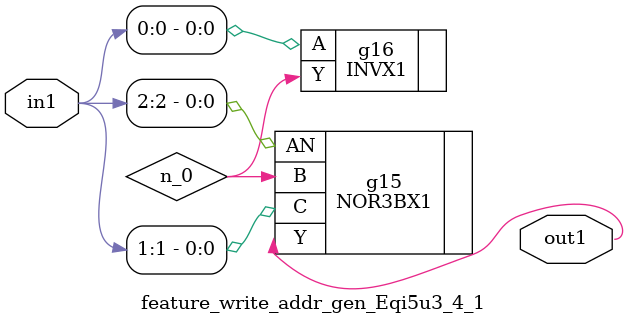
<source format=v>
`timescale 1ps / 1ps


module feature_write_addr_gen_Eqi5u3_4_1(in1, out1);
  input [2:0] in1;
  output out1;
  wire [2:0] in1;
  wire out1;
  wire n_0;
  NOR3BX1 g15(.AN (in1[2]), .B (n_0), .C (in1[1]), .Y (out1));
  INVX1 g16(.A (in1[0]), .Y (n_0));
endmodule



</source>
